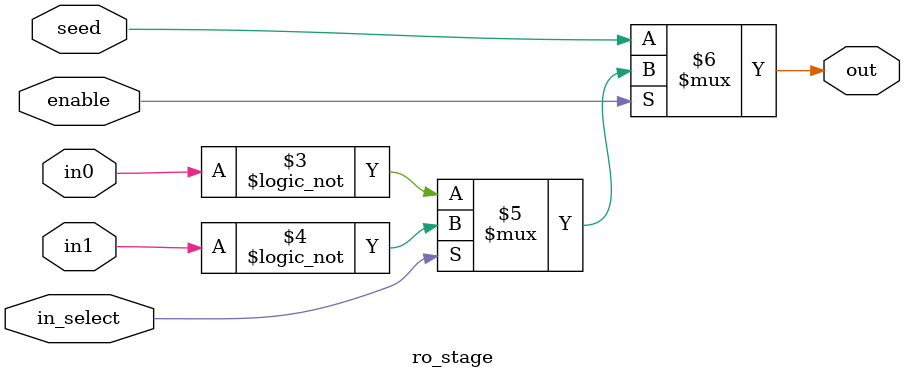
<source format=v>
`default_nettype none

parameter N_STAGES = 25;

module iro (
    input rst_n,
    input enable, hold,
    input bclk, bdat, // Positive edge clocked in
    input [3:0] n_stages,
    output [15:0] phases
);

    reg [N_STAGES-1:0] seed; // The initial state for the ring oscillator. Feed with SPI like protocol.

    // Show the seed state on the output pins.
    //assign { P1B10, P1B9, P1B8, P1B7, P1B4, P1B3, P1B2, P1B1, P1A10, P1A9, P1A8, P1A7, P1A4, P1A3, P1A2, P1A1 } = seed;

    // Show inputs and some connect phases.
    //assign { P1B10, P1B9, P1B8, P1B7, P1B4, P1B3, P1B2, P1B1 }  = {NSTAGES0, NSTAGES1, NSTAGES2, NSTAGES3, enable, hold, bdat, bclk };
    //assign { P1A10, P1A9, P1A8, P1A7, P1A4, P1A3, P1A2, P1A1}  = connect;

    assign phases = connect[15:0];

    always @(posedge bclk, negedge rst_n) begin
        if (!rst_n) begin
            seed <= {32'b0};
        end else begin
            seed[0] <= { bdat };
            seed[N_STAGES-1:1] <= seed[N_STAGES-2:0];
        end
    end

    // A simple ring oscillator needs an odd number of stages > 2, but in case 3 is too fast, 5 is the minimum.
    wire [N_STAGES-1:0] connect;
    ro_stage ro0  (.enable (enable), .in0 (connect[24]), .in1 (connect[24]), .in_select ( 1'b0),        .seed (seed[11]), .out (connect[ 0]));
    ro_stage ro1  (.enable (enable), .in0 (connect[ 0]), .in1 (    1'b0   ), .in_select (  hold ),      .seed (seed[12]), .out (connect[ 1]));
    ro_stage ro2  (.enable (enable), .in0 (connect[ 1]), .in1 (connect[ 1]), .in_select ( 1'b0 ),       .seed (seed[13]), .out (connect[ 2]));
    ro_stage ro3  (.enable (enable), .in0 (connect[ 2]), .in1 (connect[ 2]), .in_select ( 1'b0 ),       .seed (seed[14]), .out (connect[ 3]));
    ro_stage ro4  (.enable (enable), .in0 (connect[ 3]), .in1 (connect[ 3]), .in_select ( 1'b0 ),       .seed (seed[15]), .out (connect[ 4]));
    ro_stage ro5  (.enable (enable), .in0 (connect[ 4]), .in1 (connect[ 4]), .in_select ( 1'b0 ),       .seed (seed[16]), .out (connect[ 5]));
    ro_stage ro6  (.enable (enable), .in0 (connect[ 5]), .in1 (connect[ 5]), .in_select ( 1'b0 ),       .seed (seed[17]), .out (connect[ 6]));
    ro_stage ro7  (.enable (enable), .in0 (connect[ 6]), .in1 (connect[ 6]), .in_select ( 1'b0 ),       .seed (seed[18]), .out (connect[ 7]));
    ro_stage ro8  (.enable (enable), .in0 (connect[ 7]), .in1 (connect[ 7]), .in_select ( 1'b0),        .seed (seed[19]), .out (connect[ 8]));
    ro_stage ro9  (.enable (enable), .in0 (connect[ 8]), .in1 (connect[ 8]), .in_select ( 1'b0 ),       .seed (seed[20]), .out (connect[ 9]));
    ro_stage ro10 (.enable (enable), .in0 (connect[ 9]), .in1 (connect[ 9]), .in_select ( 1'b0 ),       .seed (seed[21]), .out (connect[10]));
    ro_stage ro11 (.enable (enable), .in0 (connect[10]), .in1 (connect[10]), .in_select ( 1'b0 ),       .seed (seed[22]), .out (connect[11]));
    ro_stage ro12 (.enable (enable), .in0 (connect[11]), .in1 (connect[11]), .in_select ( 1'b0 ),       .seed (seed[23]), .out (connect[12]));
    ro_stage ro13 (.enable (enable), .in0 (connect[12]), .in1 (connect[12]), .in_select ( 1'b0 ),       .seed (seed[24]), .out (connect[13]));
    ro_stage ro14 (.enable (enable), .in0 (connect[13]), .in1 (connect[13]), .in_select (n_stages >10), .seed (seed[ 0]), .out (connect[14]));
    ro_stage ro15 (.enable (enable), .in0 (connect[12]), .in1 (connect[14]), .in_select (n_stages > 9), .seed (seed[ 1]), .out (connect[15]));
    ro_stage ro16 (.enable (enable), .in0 (connect[11]), .in1 (connect[15]), .in_select (n_stages > 8), .seed (seed[ 2]), .out (connect[16]));    
    ro_stage ro17 (.enable (enable), .in0 (connect[10]), .in1 (connect[16]), .in_select (n_stages > 7), .seed (seed[ 3]), .out (connect[17]));
    ro_stage ro18 (.enable (enable), .in0 (connect[ 9]), .in1 (connect[17]), .in_select (n_stages > 6), .seed (seed[ 4]), .out (connect[18]));
    ro_stage ro19 (.enable (enable), .in0 (connect[ 8]), .in1 (connect[18]), .in_select (n_stages > 5), .seed (seed[ 5]), .out (connect[19]));
    ro_stage ro20 (.enable (enable), .in0 (connect[ 7]), .in1 (connect[19]), .in_select (n_stages > 4), .seed (seed[ 6]), .out (connect[20]));
    ro_stage ro21 (.enable (enable), .in0 (connect[ 6]), .in1 (connect[20]), .in_select (n_stages > 3), .seed (seed[ 7]), .out (connect[21]));
    ro_stage ro22 (.enable (enable), .in0 (connect[ 5]), .in1 (connect[21]), .in_select (n_stages > 2), .seed (seed[ 8]), .out (connect[22]));
    ro_stage ro23 (.enable (enable), .in0 (connect[ 4]), .in1 (connect[22]), .in_select (n_stages > 1), .seed (seed[ 9]), .out (connect[23]));
    ro_stage ro24 (.enable (enable), .in0 (connect[ 3]), .in1 (connect[23]), .in_select (n_stages > 0), .seed (seed[10]), .out (connect[24]));
endmodule

(* keep_hierarchy = "yes" *) module ro_stage(input enable, input in0, input in1, input in_select, input seed, output out);
    // All combinatorial logic.
    if (1) begin
        assign out = (enable == 0)?(seed):((!in_select)?(!in0):(!in1)); // This runs faster on the fpga
    end else begin
        always @(enable, in0, in1, in_select, seed) begin
            if (enable == 0) begin
                out = seed;
            end else begin
                if (!in_select) 
                    out = !in0;
                else
                    out = !in1;
            end
        end // always 
    end // if generate

endmodule

</source>
